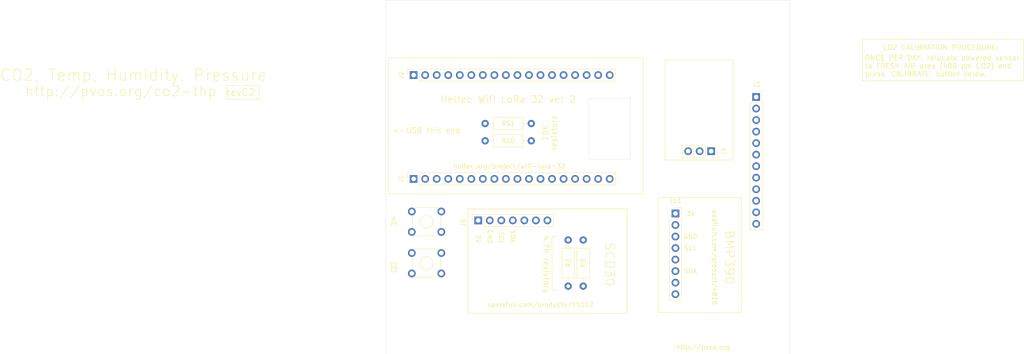
<source format=kicad_pcb>
(kicad_pcb (version 20171130) (host pcbnew 5.1.6-c6e7f7d~87~ubuntu18.04.1)

  (general
    (thickness 1.6)
    (drawings 62)
    (tracks 0)
    (zones 0)
    (modules 15)
    (nets 9)
  )

  (page A4)
  (layers
    (0 F.Cu signal)
    (31 B.Cu signal)
    (32 B.Adhes user)
    (33 F.Adhes user)
    (34 B.Paste user)
    (35 F.Paste user)
    (36 B.SilkS user)
    (37 F.SilkS user)
    (38 B.Mask user)
    (39 F.Mask user)
    (40 Dwgs.User user)
    (41 Cmts.User user)
    (42 Eco1.User user)
    (43 Eco2.User user)
    (44 Edge.Cuts user)
    (45 Margin user)
    (46 B.CrtYd user)
    (47 F.CrtYd user)
    (48 B.Fab user)
    (49 F.Fab user)
  )

  (setup
    (last_trace_width 0.25)
    (user_trace_width 0.3048)
    (user_trace_width 0.4)
    (user_trace_width 0.508)
    (user_trace_width 0.8)
    (trace_clearance 0.2)
    (zone_clearance 0.508)
    (zone_45_only no)
    (trace_min 0.2)
    (via_size 0.8)
    (via_drill 0.4)
    (via_min_size 0.4)
    (via_min_drill 0.3)
    (uvia_size 0.3)
    (uvia_drill 0.1)
    (uvias_allowed no)
    (uvia_min_size 0.2)
    (uvia_min_drill 0.1)
    (edge_width 0.05)
    (segment_width 0.2)
    (pcb_text_width 0.3)
    (pcb_text_size 1.5 1.5)
    (mod_edge_width 0.12)
    (mod_text_size 1 1)
    (mod_text_width 0.15)
    (pad_size 1.524 1.524)
    (pad_drill 0.762)
    (pad_to_mask_clearance 0.05)
    (aux_axis_origin 0 0)
    (visible_elements FFFDFFFF)
    (pcbplotparams
      (layerselection 0x010fc_ffffffff)
      (usegerberextensions false)
      (usegerberattributes true)
      (usegerberadvancedattributes true)
      (creategerberjobfile true)
      (excludeedgelayer true)
      (linewidth 0.100000)
      (plotframeref false)
      (viasonmask false)
      (mode 1)
      (useauxorigin false)
      (hpglpennumber 1)
      (hpglpenspeed 20)
      (hpglpendiameter 15.000000)
      (psnegative false)
      (psa4output false)
      (plotreference true)
      (plotvalue true)
      (plotinvisibletext false)
      (padsonsilk false)
      (subtractmaskfromsilk false)
      (outputformat 1)
      (mirror false)
      (drillshape 0)
      (scaleselection 1)
      (outputdirectory "gerber/"))
  )

  (net 0 "")
  (net 1 +3V3)
  (net 2 GND)
  (net 3 SDA)
  (net 4 SCL)
  (net 5 TX)
  (net 6 RX)
  (net 7 37_A1)
  (net 8 36_A0)

  (net_class Default "This is the default net class."
    (clearance 0.2)
    (trace_width 0.25)
    (via_dia 0.8)
    (via_drill 0.4)
    (uvia_dia 0.3)
    (uvia_drill 0.1)
    (add_net +3V3)
    (add_net 36_A0)
    (add_net 37_A1)
    (add_net 37_A2)
    (add_net 37_A3)
    (add_net 38_A2)
    (add_net 39_A3)
    (add_net GND)
    (add_net "Net-(J1-Pad10)")
    (add_net "Net-(J1-Pad11)")
    (add_net "Net-(J1-Pad12)")
    (add_net "Net-(J1-Pad13)")
    (add_net "Net-(J1-Pad14)")
    (add_net "Net-(J1-Pad15)")
    (add_net "Net-(J1-Pad16)")
    (add_net "Net-(J1-Pad17)")
    (add_net "Net-(J1-Pad18)")
    (add_net "Net-(J1-Pad2)")
    (add_net "Net-(J1-Pad3)")
    (add_net "Net-(J1-Pad4)")
    (add_net "Net-(J1-Pad8)")
    (add_net "Net-(J11-Pad2)")
    (add_net "Net-(J11-Pad5)")
    (add_net "Net-(J11-Pad7)")
    (add_net "Net-(J11-Pad8)")
    (add_net "Net-(J2-Pad10)")
    (add_net "Net-(J2-Pad11)")
    (add_net "Net-(J2-Pad12)")
    (add_net "Net-(J2-Pad13)")
    (add_net "Net-(J2-Pad14)")
    (add_net "Net-(J2-Pad15)")
    (add_net "Net-(J2-Pad16)")
    (add_net "Net-(J2-Pad17)")
    (add_net "Net-(J2-Pad3)")
    (add_net "Net-(J2-Pad8)")
    (add_net "Net-(J2-Pad9)")
    (add_net "Net-(J3-Pad3)")
    (add_net "Net-(J4-Pad1)")
    (add_net "Net-(J4-Pad3)")
    (add_net "Net-(J9-Pad5)")
    (add_net "Net-(J9-Pad6)")
    (add_net "Net-(J9-Pad7)")
    (add_net RST)
    (add_net RX)
    (add_net SCL)
    (add_net SDA)
    (add_net TX)
  )

  (module Connector_PinSocket_2.54mm:PinSocket_1x03_P2.54mm_Vertical (layer F.Cu) (tedit 5A19A429) (tstamp 5FD5A3E7)
    (at 139.954 92.456 270)
    (descr "Through hole straight socket strip, 1x03, 2.54mm pitch, single row (from Kicad 4.0.7), script generated")
    (tags "Through hole socket strip THT 1x03 2.54mm single row")
    (path /5FDA52FB)
    (fp_text reference J4 (at 0 -2.77 90) (layer F.SilkS)
      (effects (font (size 1 1) (thickness 0.15)))
    )
    (fp_text value Conn_01x03_Female (at 0 7.85 90) (layer F.Fab)
      (effects (font (size 1 1) (thickness 0.15)))
    )
    (fp_text user %R (at 0 2.54) (layer F.Fab)
      (effects (font (size 1 1) (thickness 0.15)))
    )
    (fp_line (start -1.27 -1.27) (end 0.635 -1.27) (layer F.Fab) (width 0.1))
    (fp_line (start 0.635 -1.27) (end 1.27 -0.635) (layer F.Fab) (width 0.1))
    (fp_line (start 1.27 -0.635) (end 1.27 6.35) (layer F.Fab) (width 0.1))
    (fp_line (start 1.27 6.35) (end -1.27 6.35) (layer F.Fab) (width 0.1))
    (fp_line (start -1.27 6.35) (end -1.27 -1.27) (layer F.Fab) (width 0.1))
    (fp_line (start -1.33 1.27) (end 1.33 1.27) (layer F.SilkS) (width 0.12))
    (fp_line (start -1.33 1.27) (end -1.33 6.41) (layer F.SilkS) (width 0.12))
    (fp_line (start -1.33 6.41) (end 1.33 6.41) (layer F.SilkS) (width 0.12))
    (fp_line (start 1.33 1.27) (end 1.33 6.41) (layer F.SilkS) (width 0.12))
    (fp_line (start 1.33 -1.33) (end 1.33 0) (layer F.SilkS) (width 0.12))
    (fp_line (start 0 -1.33) (end 1.33 -1.33) (layer F.SilkS) (width 0.12))
    (fp_line (start -1.8 -1.8) (end 1.75 -1.8) (layer F.CrtYd) (width 0.05))
    (fp_line (start 1.75 -1.8) (end 1.75 6.85) (layer F.CrtYd) (width 0.05))
    (fp_line (start 1.75 6.85) (end -1.8 6.85) (layer F.CrtYd) (width 0.05))
    (fp_line (start -1.8 6.85) (end -1.8 -1.8) (layer F.CrtYd) (width 0.05))
    (pad 3 thru_hole oval (at 0 5.08 270) (size 1.7 1.7) (drill 1) (layers *.Cu *.Mask))
    (pad 2 thru_hole oval (at 0 2.54 270) (size 1.7 1.7) (drill 1) (layers *.Cu *.Mask)
      (net 2 GND))
    (pad 1 thru_hole rect (at 0 0 270) (size 1.7 1.7) (drill 1) (layers *.Cu *.Mask))
    (model ${KISYS3DMOD}/Connector_PinSocket_2.54mm.3dshapes/PinSocket_1x03_P2.54mm_Vertical.wrl
      (at (xyz 0 0 0))
      (scale (xyz 1 1 1))
      (rotate (xyz 0 0 0))
    )
  )

  (module Connector_PinSocket_2.54mm:PinSocket_1x12_P2.54mm_Vertical (layer F.Cu) (tedit 5A19A41D) (tstamp 5FD5B165)
    (at 149.86 80.518)
    (descr "Through hole straight socket strip, 1x12, 2.54mm pitch, single row (from Kicad 4.0.7), script generated")
    (tags "Through hole socket strip THT 1x12 2.54mm single row")
    (path /5FD77F30)
    (fp_text reference J3 (at 0 -2.77) (layer F.SilkS)
      (effects (font (size 1 1) (thickness 0.15)))
    )
    (fp_text value Conn_01x12_Female (at 0 30.71) (layer F.Fab)
      (effects (font (size 1 1) (thickness 0.15)))
    )
    (fp_text user %R (at 0 13.97 90) (layer F.Fab)
      (effects (font (size 1 1) (thickness 0.15)))
    )
    (fp_line (start -1.27 -1.27) (end 0.635 -1.27) (layer F.Fab) (width 0.1))
    (fp_line (start 0.635 -1.27) (end 1.27 -0.635) (layer F.Fab) (width 0.1))
    (fp_line (start 1.27 -0.635) (end 1.27 29.21) (layer F.Fab) (width 0.1))
    (fp_line (start 1.27 29.21) (end -1.27 29.21) (layer F.Fab) (width 0.1))
    (fp_line (start -1.27 29.21) (end -1.27 -1.27) (layer F.Fab) (width 0.1))
    (fp_line (start -1.33 1.27) (end 1.33 1.27) (layer F.SilkS) (width 0.12))
    (fp_line (start -1.33 1.27) (end -1.33 29.27) (layer F.SilkS) (width 0.12))
    (fp_line (start -1.33 29.27) (end 1.33 29.27) (layer F.SilkS) (width 0.12))
    (fp_line (start 1.33 1.27) (end 1.33 29.27) (layer F.SilkS) (width 0.12))
    (fp_line (start 1.33 -1.33) (end 1.33 0) (layer F.SilkS) (width 0.12))
    (fp_line (start 0 -1.33) (end 1.33 -1.33) (layer F.SilkS) (width 0.12))
    (fp_line (start -1.8 -1.8) (end 1.75 -1.8) (layer F.CrtYd) (width 0.05))
    (fp_line (start 1.75 -1.8) (end 1.75 29.7) (layer F.CrtYd) (width 0.05))
    (fp_line (start 1.75 29.7) (end -1.8 29.7) (layer F.CrtYd) (width 0.05))
    (fp_line (start -1.8 29.7) (end -1.8 -1.8) (layer F.CrtYd) (width 0.05))
    (pad 12 thru_hole oval (at 0 27.94) (size 1.7 1.7) (drill 1) (layers *.Cu *.Mask))
    (pad 11 thru_hole oval (at 0 25.4) (size 1.7 1.7) (drill 1) (layers *.Cu *.Mask))
    (pad 10 thru_hole oval (at 0 22.86) (size 1.7 1.7) (drill 1) (layers *.Cu *.Mask)
      (net 7 37_A1))
    (pad 9 thru_hole oval (at 0 20.32) (size 1.7 1.7) (drill 1) (layers *.Cu *.Mask)
      (net 8 36_A0))
    (pad 8 thru_hole oval (at 0 17.78) (size 1.7 1.7) (drill 1) (layers *.Cu *.Mask)
      (net 3 SDA))
    (pad 7 thru_hole oval (at 0 15.24) (size 1.7 1.7) (drill 1) (layers *.Cu *.Mask)
      (net 4 SCL))
    (pad 6 thru_hole oval (at 0 12.7) (size 1.7 1.7) (drill 1) (layers *.Cu *.Mask)
      (net 5 TX))
    (pad 5 thru_hole oval (at 0 10.16) (size 1.7 1.7) (drill 1) (layers *.Cu *.Mask)
      (net 6 RX))
    (pad 4 thru_hole oval (at 0 7.62) (size 1.7 1.7) (drill 1) (layers *.Cu *.Mask)
      (net 2 GND))
    (pad 3 thru_hole oval (at 0 5.08) (size 1.7 1.7) (drill 1) (layers *.Cu *.Mask))
    (pad 2 thru_hole oval (at 0 2.54) (size 1.7 1.7) (drill 1) (layers *.Cu *.Mask)
      (net 1 +3V3))
    (pad 1 thru_hole rect (at 0 0) (size 1.7 1.7) (drill 1) (layers *.Cu *.Mask)
      (net 2 GND))
    (model ${KISYS3DMOD}/Connector_PinSocket_2.54mm.3dshapes/PinSocket_1x12_P2.54mm_Vertical.wrl
      (at (xyz 0 0 0))
      (scale (xyz 1 1 1))
      (rotate (xyz 0 0 0))
    )
  )

  (module Connector_PinSocket_2.54mm:PinSocket_1x18_P2.54mm_Vertical (layer F.Cu) (tedit 5A19A434) (tstamp 5FB57A8F)
    (at 74.422 75.692 90)
    (descr "Through hole straight socket strip, 1x18, 2.54mm pitch, single row (from Kicad 4.0.7), script generated")
    (tags "Through hole socket strip THT 1x18 2.54mm single row")
    (path /5FB65139)
    (fp_text reference J2 (at 0 -2.77 90) (layer F.SilkS)
      (effects (font (size 1 1) (thickness 0.15)))
    )
    (fp_text value Conn_01x18_Female (at 0 45.95 90) (layer F.Fab)
      (effects (font (size 1 1) (thickness 0.15)))
    )
    (fp_line (start -1.27 -1.27) (end 0.635 -1.27) (layer F.Fab) (width 0.1))
    (fp_line (start 0.635 -1.27) (end 1.27 -0.635) (layer F.Fab) (width 0.1))
    (fp_line (start 1.27 -0.635) (end 1.27 44.45) (layer F.Fab) (width 0.1))
    (fp_line (start 1.27 44.45) (end -1.27 44.45) (layer F.Fab) (width 0.1))
    (fp_line (start -1.27 44.45) (end -1.27 -1.27) (layer F.Fab) (width 0.1))
    (fp_line (start -1.33 1.27) (end 1.33 1.27) (layer F.SilkS) (width 0.12))
    (fp_line (start -1.33 1.27) (end -1.33 44.51) (layer F.SilkS) (width 0.12))
    (fp_line (start -1.33 44.51) (end 1.33 44.51) (layer F.SilkS) (width 0.12))
    (fp_line (start 1.33 1.27) (end 1.33 44.51) (layer F.SilkS) (width 0.12))
    (fp_line (start 1.33 -1.33) (end 1.33 0) (layer F.SilkS) (width 0.12))
    (fp_line (start 0 -1.33) (end 1.33 -1.33) (layer F.SilkS) (width 0.12))
    (fp_line (start -1.8 -1.8) (end 1.75 -1.8) (layer F.CrtYd) (width 0.05))
    (fp_line (start 1.75 -1.8) (end 1.75 44.95) (layer F.CrtYd) (width 0.05))
    (fp_line (start 1.75 44.95) (end -1.8 44.95) (layer F.CrtYd) (width 0.05))
    (fp_line (start -1.8 44.95) (end -1.8 -1.8) (layer F.CrtYd) (width 0.05))
    (fp_text user %R (at 0 21.59) (layer F.Fab)
      (effects (font (size 1 1) (thickness 0.15)))
    )
    (pad 18 thru_hole oval (at 0 43.18 90) (size 1.7 1.7) (drill 1) (layers *.Cu *.Mask)
      (net 3 SDA))
    (pad 17 thru_hole oval (at 0 40.64 90) (size 1.7 1.7) (drill 1) (layers *.Cu *.Mask))
    (pad 16 thru_hole oval (at 0 38.1 90) (size 1.7 1.7) (drill 1) (layers *.Cu *.Mask))
    (pad 15 thru_hole oval (at 0 35.56 90) (size 1.7 1.7) (drill 1) (layers *.Cu *.Mask))
    (pad 14 thru_hole oval (at 0 33.02 90) (size 1.7 1.7) (drill 1) (layers *.Cu *.Mask))
    (pad 13 thru_hole oval (at 0 30.48 90) (size 1.7 1.7) (drill 1) (layers *.Cu *.Mask))
    (pad 12 thru_hole oval (at 0 27.94 90) (size 1.7 1.7) (drill 1) (layers *.Cu *.Mask))
    (pad 11 thru_hole oval (at 0 25.4 90) (size 1.7 1.7) (drill 1) (layers *.Cu *.Mask))
    (pad 10 thru_hole oval (at 0 22.86 90) (size 1.7 1.7) (drill 1) (layers *.Cu *.Mask))
    (pad 9 thru_hole oval (at 0 20.32 90) (size 1.7 1.7) (drill 1) (layers *.Cu *.Mask))
    (pad 8 thru_hole oval (at 0 17.78 90) (size 1.7 1.7) (drill 1) (layers *.Cu *.Mask))
    (pad 7 thru_hole oval (at 0 15.24 90) (size 1.7 1.7) (drill 1) (layers *.Cu *.Mask))
    (pad 6 thru_hole oval (at 0 12.7 90) (size 1.7 1.7) (drill 1) (layers *.Cu *.Mask))
    (pad 5 thru_hole oval (at 0 10.16 90) (size 1.7 1.7) (drill 1) (layers *.Cu *.Mask)
      (net 7 37_A1))
    (pad 4 thru_hole oval (at 0 7.62 90) (size 1.7 1.7) (drill 1) (layers *.Cu *.Mask)
      (net 8 36_A0))
    (pad 3 thru_hole oval (at 0 5.08 90) (size 1.7 1.7) (drill 1) (layers *.Cu *.Mask))
    (pad 2 thru_hole oval (at 0 2.54 90) (size 1.7 1.7) (drill 1) (layers *.Cu *.Mask)
      (net 1 +3V3))
    (pad 1 thru_hole rect (at 0 0 90) (size 1.7 1.7) (drill 1) (layers *.Cu *.Mask)
      (net 2 GND))
    (model ${KISYS3DMOD}/Connector_PinSocket_2.54mm.3dshapes/PinSocket_1x18_P2.54mm_Vertical.wrl
      (at (xyz 0 0 0))
      (scale (xyz 1 1 1))
      (rotate (xyz 0 0 0))
    )
  )

  (module Connector_PinSocket_2.54mm:PinSocket_1x18_P2.54mm_Vertical (layer F.Cu) (tedit 5A19A434) (tstamp 5FB57AFE)
    (at 74.422 98.552 90)
    (descr "Through hole straight socket strip, 1x18, 2.54mm pitch, single row (from Kicad 4.0.7), script generated")
    (tags "Through hole socket strip THT 1x18 2.54mm single row")
    (path /5FB5C186)
    (fp_text reference J1 (at 0 -2.77 90) (layer F.SilkS)
      (effects (font (size 1 1) (thickness 0.15)))
    )
    (fp_text value Conn_01x18_Female (at 0 45.95 90) (layer F.Fab)
      (effects (font (size 1 1) (thickness 0.15)))
    )
    (fp_line (start -1.27 -1.27) (end 0.635 -1.27) (layer F.Fab) (width 0.1))
    (fp_line (start 0.635 -1.27) (end 1.27 -0.635) (layer F.Fab) (width 0.1))
    (fp_line (start 1.27 -0.635) (end 1.27 44.45) (layer F.Fab) (width 0.1))
    (fp_line (start 1.27 44.45) (end -1.27 44.45) (layer F.Fab) (width 0.1))
    (fp_line (start -1.27 44.45) (end -1.27 -1.27) (layer F.Fab) (width 0.1))
    (fp_line (start -1.33 1.27) (end 1.33 1.27) (layer F.SilkS) (width 0.12))
    (fp_line (start -1.33 1.27) (end -1.33 44.51) (layer F.SilkS) (width 0.12))
    (fp_line (start -1.33 44.51) (end 1.33 44.51) (layer F.SilkS) (width 0.12))
    (fp_line (start 1.33 1.27) (end 1.33 44.51) (layer F.SilkS) (width 0.12))
    (fp_line (start 1.33 -1.33) (end 1.33 0) (layer F.SilkS) (width 0.12))
    (fp_line (start 0 -1.33) (end 1.33 -1.33) (layer F.SilkS) (width 0.12))
    (fp_line (start -1.8 -1.8) (end 1.75 -1.8) (layer F.CrtYd) (width 0.05))
    (fp_line (start 1.75 -1.8) (end 1.75 44.95) (layer F.CrtYd) (width 0.05))
    (fp_line (start 1.75 44.95) (end -1.8 44.95) (layer F.CrtYd) (width 0.05))
    (fp_line (start -1.8 44.95) (end -1.8 -1.8) (layer F.CrtYd) (width 0.05))
    (fp_text user %R (at 0 21.59) (layer F.Fab)
      (effects (font (size 1 1) (thickness 0.15)))
    )
    (pad 18 thru_hole oval (at 0 43.18 90) (size 1.7 1.7) (drill 1) (layers *.Cu *.Mask))
    (pad 17 thru_hole oval (at 0 40.64 90) (size 1.7 1.7) (drill 1) (layers *.Cu *.Mask))
    (pad 16 thru_hole oval (at 0 38.1 90) (size 1.7 1.7) (drill 1) (layers *.Cu *.Mask))
    (pad 15 thru_hole oval (at 0 35.56 90) (size 1.7 1.7) (drill 1) (layers *.Cu *.Mask))
    (pad 14 thru_hole oval (at 0 33.02 90) (size 1.7 1.7) (drill 1) (layers *.Cu *.Mask))
    (pad 13 thru_hole oval (at 0 30.48 90) (size 1.7 1.7) (drill 1) (layers *.Cu *.Mask))
    (pad 12 thru_hole oval (at 0 27.94 90) (size 1.7 1.7) (drill 1) (layers *.Cu *.Mask))
    (pad 11 thru_hole oval (at 0 25.4 90) (size 1.7 1.7) (drill 1) (layers *.Cu *.Mask))
    (pad 10 thru_hole oval (at 0 22.86 90) (size 1.7 1.7) (drill 1) (layers *.Cu *.Mask))
    (pad 9 thru_hole oval (at 0 20.32 90) (size 1.7 1.7) (drill 1) (layers *.Cu *.Mask)
      (net 4 SCL))
    (pad 8 thru_hole oval (at 0 17.78 90) (size 1.7 1.7) (drill 1) (layers *.Cu *.Mask))
    (pad 7 thru_hole oval (at 0 15.24 90) (size 1.7 1.7) (drill 1) (layers *.Cu *.Mask))
    (pad 6 thru_hole oval (at 0 12.7 90) (size 1.7 1.7) (drill 1) (layers *.Cu *.Mask)
      (net 5 TX))
    (pad 5 thru_hole oval (at 0 10.16 90) (size 1.7 1.7) (drill 1) (layers *.Cu *.Mask)
      (net 6 RX))
    (pad 4 thru_hole oval (at 0 7.62 90) (size 1.7 1.7) (drill 1) (layers *.Cu *.Mask))
    (pad 3 thru_hole oval (at 0 5.08 90) (size 1.7 1.7) (drill 1) (layers *.Cu *.Mask))
    (pad 2 thru_hole oval (at 0 2.54 90) (size 1.7 1.7) (drill 1) (layers *.Cu *.Mask))
    (pad 1 thru_hole rect (at 0 0 90) (size 1.7 1.7) (drill 1) (layers *.Cu *.Mask)
      (net 2 GND))
    (model ${KISYS3DMOD}/Connector_PinSocket_2.54mm.3dshapes/PinSocket_1x18_P2.54mm_Vertical.wrl
      (at (xyz 0 0 0))
      (scale (xyz 1 1 1))
      (rotate (xyz 0 0 0))
    )
  )

  (module Resistor_THT:R_Axial_DIN0207_L6.3mm_D2.5mm_P10.16mm_Horizontal (layer F.Cu) (tedit 5AE5139B) (tstamp 5FB57B5E)
    (at 100.33 86.36 180)
    (descr "Resistor, Axial_DIN0207 series, Axial, Horizontal, pin pitch=10.16mm, 0.25W = 1/4W, length*diameter=6.3*2.5mm^2, http://cdn-reichelt.de/documents/datenblatt/B400/1_4W%23YAG.pdf")
    (tags "Resistor Axial_DIN0207 series Axial Horizontal pin pitch 10.16mm 0.25W = 1/4W length 6.3mm diameter 2.5mm")
    (path /5FBA6976)
    (fp_text reference RS1 (at 5.08 0) (layer F.SilkS)
      (effects (font (size 1 1) (thickness 0.15)))
    )
    (fp_text value 10K (at 5.08 2.37) (layer F.Fab)
      (effects (font (size 1 1) (thickness 0.15)))
    )
    (fp_line (start 1.93 -1.25) (end 1.93 1.25) (layer F.Fab) (width 0.1))
    (fp_line (start 1.93 1.25) (end 8.23 1.25) (layer F.Fab) (width 0.1))
    (fp_line (start 8.23 1.25) (end 8.23 -1.25) (layer F.Fab) (width 0.1))
    (fp_line (start 8.23 -1.25) (end 1.93 -1.25) (layer F.Fab) (width 0.1))
    (fp_line (start 0 0) (end 1.93 0) (layer F.Fab) (width 0.1))
    (fp_line (start 10.16 0) (end 8.23 0) (layer F.Fab) (width 0.1))
    (fp_line (start 1.81 -1.37) (end 1.81 1.37) (layer F.SilkS) (width 0.12))
    (fp_line (start 1.81 1.37) (end 8.35 1.37) (layer F.SilkS) (width 0.12))
    (fp_line (start 8.35 1.37) (end 8.35 -1.37) (layer F.SilkS) (width 0.12))
    (fp_line (start 8.35 -1.37) (end 1.81 -1.37) (layer F.SilkS) (width 0.12))
    (fp_line (start 1.04 0) (end 1.81 0) (layer F.SilkS) (width 0.12))
    (fp_line (start 9.12 0) (end 8.35 0) (layer F.SilkS) (width 0.12))
    (fp_line (start -1.05 -1.5) (end -1.05 1.5) (layer F.CrtYd) (width 0.05))
    (fp_line (start -1.05 1.5) (end 11.21 1.5) (layer F.CrtYd) (width 0.05))
    (fp_line (start 11.21 1.5) (end 11.21 -1.5) (layer F.CrtYd) (width 0.05))
    (fp_line (start 11.21 -1.5) (end -1.05 -1.5) (layer F.CrtYd) (width 0.05))
    (fp_text user %R (at 5.08 0) (layer F.Fab)
      (effects (font (size 1 1) (thickness 0.15)))
    )
    (pad 1 thru_hole circle (at 0 0 180) (size 1.6 1.6) (drill 0.8) (layers *.Cu *.Mask)
      (net 1 +3V3))
    (pad 2 thru_hole oval (at 10.16 0 180) (size 1.6 1.6) (drill 0.8) (layers *.Cu *.Mask)
      (net 7 37_A1))
    (model ${KISYS3DMOD}/Resistor_THT.3dshapes/R_Axial_DIN0207_L6.3mm_D2.5mm_P10.16mm_Horizontal.wrl
      (at (xyz 0 0 0))
      (scale (xyz 1 1 1))
      (rotate (xyz 0 0 0))
    )
  )

  (module Button_Switch_THT:SW_TH_Tactile_Omron_B3F-10xx (layer F.Cu) (tedit 5D84F0EF) (tstamp 5FD59DD4)
    (at 80.518 110.236 180)
    (descr SW_TH_Tactile_Omron_B3F-10xx_https://www.omron.com/ecb/products/pdf/en-b3f.pdf)
    (tags "Omron B3F-10xx")
    (path /5FBA90A9)
    (fp_text reference SW0 (at 8.382 2.286 270) (layer F.SilkS) hide
      (effects (font (size 1 1) (thickness 0.15)))
    )
    (fp_text value SW_Push_Dual (at 3.2 6.5) (layer F.Fab)
      (effects (font (size 1 1) (thickness 0.15)))
    )
    (fp_line (start 0.25 -0.75) (end 0.25 5.25) (layer F.Fab) (width 0.1))
    (fp_line (start 6.25 -0.75) (end 6.25 5.25) (layer F.Fab) (width 0.1))
    (fp_line (start 0.25 -0.75) (end 6.25 -0.75) (layer F.Fab) (width 0.1))
    (fp_line (start 7.6 5.6) (end 7.6 -1.1) (layer F.CrtYd) (width 0.05))
    (fp_line (start -1.1 5.6) (end 7.6 5.6) (layer F.CrtYd) (width 0.05))
    (fp_line (start -1.1 -1.1) (end -1.1 5.6) (layer F.CrtYd) (width 0.05))
    (fp_circle (center 3.25 2.25) (end 4.25 3.25) (layer F.SilkS) (width 0.12))
    (fp_line (start 0.28 5.37) (end 6.22 5.37) (layer F.SilkS) (width 0.12))
    (fp_line (start 0.28 -0.87) (end 6.22 -0.87) (layer F.SilkS) (width 0.12))
    (fp_line (start 0.13 3.59) (end 0.13 0.91) (layer F.SilkS) (width 0.12))
    (fp_line (start 6.37 0.91) (end 6.37 3.59) (layer F.SilkS) (width 0.12))
    (fp_line (start 0.25 5.25) (end 6.25 5.25) (layer F.Fab) (width 0.1))
    (fp_line (start -1.1 -1.1) (end 7.6 -1.1) (layer F.CrtYd) (width 0.05))
    (fp_text user %R (at 3.25 2.25) (layer F.Fab)
      (effects (font (size 1 1) (thickness 0.15)))
    )
    (pad 4 thru_hole circle (at 6.5 4.5 180) (size 1.7 1.7) (drill 1) (layers *.Cu *.Mask)
      (net 2 GND))
    (pad 3 thru_hole circle (at 0 4.5 180) (size 1.7 1.7) (drill 1) (layers *.Cu *.Mask)
      (net 2 GND))
    (pad 2 thru_hole circle (at 6.5 0 180) (size 1.7 1.7) (drill 1) (layers *.Cu *.Mask)
      (net 8 36_A0))
    (pad 1 thru_hole circle (at 0 0 180) (size 1.7 1.7) (drill 1) (layers *.Cu *.Mask)
      (net 8 36_A0))
    (model ${KISYS3DMOD}/Button_Switch_THT.3dshapes/SW_TH_Tactile_Omron_B3F-10xx.wrl
      (at (xyz 0 0 0))
      (scale (xyz 1 1 1))
      (rotate (xyz 0 0 0))
    )
  )

  (module Button_Switch_THT:SW_TH_Tactile_Omron_B3F-10xx (layer F.Cu) (tedit 5D84F0EF) (tstamp 5FD59D8F)
    (at 80.518 119.38 180)
    (descr SW_TH_Tactile_Omron_B3F-10xx_https://www.omron.com/ecb/products/pdf/en-b3f.pdf)
    (tags "Omron B3F-10xx")
    (path /5FBA6963)
    (fp_text reference SW1 (at 8.382 2.286 270) (layer F.SilkS) hide
      (effects (font (size 1 1) (thickness 0.15)))
    )
    (fp_text value SW_Push_Dual (at 3.2 6.5) (layer F.Fab)
      (effects (font (size 1 1) (thickness 0.15)))
    )
    (fp_line (start 0.25 -0.75) (end 0.25 5.25) (layer F.Fab) (width 0.1))
    (fp_line (start 6.25 -0.75) (end 6.25 5.25) (layer F.Fab) (width 0.1))
    (fp_line (start 0.25 -0.75) (end 6.25 -0.75) (layer F.Fab) (width 0.1))
    (fp_line (start 7.6 5.6) (end 7.6 -1.1) (layer F.CrtYd) (width 0.05))
    (fp_line (start -1.1 5.6) (end 7.6 5.6) (layer F.CrtYd) (width 0.05))
    (fp_line (start -1.1 -1.1) (end -1.1 5.6) (layer F.CrtYd) (width 0.05))
    (fp_circle (center 3.25 2.25) (end 4.25 3.25) (layer F.SilkS) (width 0.12))
    (fp_line (start 0.28 5.37) (end 6.22 5.37) (layer F.SilkS) (width 0.12))
    (fp_line (start 0.28 -0.87) (end 6.22 -0.87) (layer F.SilkS) (width 0.12))
    (fp_line (start 0.13 3.59) (end 0.13 0.91) (layer F.SilkS) (width 0.12))
    (fp_line (start 6.37 0.91) (end 6.37 3.59) (layer F.SilkS) (width 0.12))
    (fp_line (start 0.25 5.25) (end 6.25 5.25) (layer F.Fab) (width 0.1))
    (fp_line (start -1.1 -1.1) (end 7.6 -1.1) (layer F.CrtYd) (width 0.05))
    (fp_text user %R (at 3.25 2.25) (layer F.Fab)
      (effects (font (size 1 1) (thickness 0.15)))
    )
    (pad 4 thru_hole circle (at 6.5 4.5 180) (size 1.7 1.7) (drill 1) (layers *.Cu *.Mask)
      (net 2 GND))
    (pad 3 thru_hole circle (at 0 4.5 180) (size 1.7 1.7) (drill 1) (layers *.Cu *.Mask)
      (net 2 GND))
    (pad 2 thru_hole circle (at 6.5 0 180) (size 1.7 1.7) (drill 1) (layers *.Cu *.Mask)
      (net 7 37_A1))
    (pad 1 thru_hole circle (at 0 0 180) (size 1.7 1.7) (drill 1) (layers *.Cu *.Mask)
      (net 7 37_A1))
    (model ${KISYS3DMOD}/Button_Switch_THT.3dshapes/SW_TH_Tactile_Omron_B3F-10xx.wrl
      (at (xyz 0 0 0))
      (scale (xyz 1 1 1))
      (rotate (xyz 0 0 0))
    )
  )

  (module Resistor_THT:R_Axial_DIN0207_L6.3mm_D2.5mm_P10.16mm_Horizontal (layer F.Cu) (tedit 5AE5139B) (tstamp 5FB57BE2)
    (at 100.33 90.17 180)
    (descr "Resistor, Axial_DIN0207 series, Axial, Horizontal, pin pitch=10.16mm, 0.25W = 1/4W, length*diameter=6.3*2.5mm^2, http://cdn-reichelt.de/documents/datenblatt/B400/1_4W%23YAG.pdf")
    (tags "Resistor Axial_DIN0207 series Axial Horizontal pin pitch 10.16mm 0.25W = 1/4W length 6.3mm diameter 2.5mm")
    (path /5FBA90BC)
    (fp_text reference RS0 (at 5.08 0) (layer F.SilkS)
      (effects (font (size 1 1) (thickness 0.15)))
    )
    (fp_text value 10K (at 5.08 2.37) (layer F.Fab)
      (effects (font (size 1 1) (thickness 0.15)))
    )
    (fp_line (start 1.93 -1.25) (end 1.93 1.25) (layer F.Fab) (width 0.1))
    (fp_line (start 1.93 1.25) (end 8.23 1.25) (layer F.Fab) (width 0.1))
    (fp_line (start 8.23 1.25) (end 8.23 -1.25) (layer F.Fab) (width 0.1))
    (fp_line (start 8.23 -1.25) (end 1.93 -1.25) (layer F.Fab) (width 0.1))
    (fp_line (start 0 0) (end 1.93 0) (layer F.Fab) (width 0.1))
    (fp_line (start 10.16 0) (end 8.23 0) (layer F.Fab) (width 0.1))
    (fp_line (start 1.81 -1.37) (end 1.81 1.37) (layer F.SilkS) (width 0.12))
    (fp_line (start 1.81 1.37) (end 8.35 1.37) (layer F.SilkS) (width 0.12))
    (fp_line (start 8.35 1.37) (end 8.35 -1.37) (layer F.SilkS) (width 0.12))
    (fp_line (start 8.35 -1.37) (end 1.81 -1.37) (layer F.SilkS) (width 0.12))
    (fp_line (start 1.04 0) (end 1.81 0) (layer F.SilkS) (width 0.12))
    (fp_line (start 9.12 0) (end 8.35 0) (layer F.SilkS) (width 0.12))
    (fp_line (start -1.05 -1.5) (end -1.05 1.5) (layer F.CrtYd) (width 0.05))
    (fp_line (start -1.05 1.5) (end 11.21 1.5) (layer F.CrtYd) (width 0.05))
    (fp_line (start 11.21 1.5) (end 11.21 -1.5) (layer F.CrtYd) (width 0.05))
    (fp_line (start 11.21 -1.5) (end -1.05 -1.5) (layer F.CrtYd) (width 0.05))
    (fp_text user %R (at 5.08 0) (layer F.Fab)
      (effects (font (size 1 1) (thickness 0.15)))
    )
    (pad 1 thru_hole circle (at 0 0 180) (size 1.6 1.6) (drill 0.8) (layers *.Cu *.Mask)
      (net 1 +3V3))
    (pad 2 thru_hole oval (at 10.16 0 180) (size 1.6 1.6) (drill 0.8) (layers *.Cu *.Mask)
      (net 8 36_A0))
    (model ${KISYS3DMOD}/Resistor_THT.3dshapes/R_Axial_DIN0207_L6.3mm_D2.5mm_P10.16mm_Horizontal.wrl
      (at (xyz 0 0 0))
      (scale (xyz 1 1 1))
      (rotate (xyz 0 0 0))
    )
  )

  (module Connector_PinSocket_2.54mm:PinSocket_1x08_P2.54mm_Vertical (layer F.Cu) (tedit 5A19A420) (tstamp 5FD5B1BE)
    (at 132.08 106.172)
    (descr "Through hole straight socket strip, 1x08, 2.54mm pitch, single row (from Kicad 4.0.7), script generated")
    (tags "Through hole socket strip THT 1x08 2.54mm single row")
    (path /5FADE7E5)
    (fp_text reference J11 (at 0 -2.77) (layer F.SilkS)
      (effects (font (size 1 1) (thickness 0.15)))
    )
    (fp_text value BME390 (at 0 20.55) (layer F.Fab)
      (effects (font (size 1 1) (thickness 0.15)))
    )
    (fp_line (start -1.8 19.55) (end -1.8 -1.8) (layer F.CrtYd) (width 0.05))
    (fp_line (start 1.75 19.55) (end -1.8 19.55) (layer F.CrtYd) (width 0.05))
    (fp_line (start 1.75 -1.8) (end 1.75 19.55) (layer F.CrtYd) (width 0.05))
    (fp_line (start -1.8 -1.8) (end 1.75 -1.8) (layer F.CrtYd) (width 0.05))
    (fp_line (start 0 -1.33) (end 1.33 -1.33) (layer F.SilkS) (width 0.12))
    (fp_line (start 1.33 -1.33) (end 1.33 0) (layer F.SilkS) (width 0.12))
    (fp_line (start 1.33 1.27) (end 1.33 19.11) (layer F.SilkS) (width 0.12))
    (fp_line (start -1.33 19.11) (end 1.33 19.11) (layer F.SilkS) (width 0.12))
    (fp_line (start -1.33 1.27) (end -1.33 19.11) (layer F.SilkS) (width 0.12))
    (fp_line (start -1.33 1.27) (end 1.33 1.27) (layer F.SilkS) (width 0.12))
    (fp_line (start -1.27 19.05) (end -1.27 -1.27) (layer F.Fab) (width 0.1))
    (fp_line (start 1.27 19.05) (end -1.27 19.05) (layer F.Fab) (width 0.1))
    (fp_line (start 1.27 -0.635) (end 1.27 19.05) (layer F.Fab) (width 0.1))
    (fp_line (start 0.635 -1.27) (end 1.27 -0.635) (layer F.Fab) (width 0.1))
    (fp_line (start -1.27 -1.27) (end 0.635 -1.27) (layer F.Fab) (width 0.1))
    (fp_text user %R (at 0 8.89 90) (layer F.Fab)
      (effects (font (size 1 1) (thickness 0.15)))
    )
    (pad 1 thru_hole rect (at 0 0) (size 1.7 1.7) (drill 1) (layers *.Cu *.Mask)
      (net 1 +3V3))
    (pad 2 thru_hole oval (at 0 2.54) (size 1.7 1.7) (drill 1) (layers *.Cu *.Mask))
    (pad 3 thru_hole oval (at 0 5.08) (size 1.7 1.7) (drill 1) (layers *.Cu *.Mask)
      (net 2 GND))
    (pad 4 thru_hole oval (at 0 7.62) (size 1.7 1.7) (drill 1) (layers *.Cu *.Mask)
      (net 4 SCL))
    (pad 5 thru_hole oval (at 0 10.16) (size 1.7 1.7) (drill 1) (layers *.Cu *.Mask))
    (pad 6 thru_hole oval (at 0 12.7) (size 1.7 1.7) (drill 1) (layers *.Cu *.Mask)
      (net 3 SDA))
    (pad 7 thru_hole oval (at 0 15.24) (size 1.7 1.7) (drill 1) (layers *.Cu *.Mask))
    (pad 8 thru_hole oval (at 0 17.78) (size 1.7 1.7) (drill 1) (layers *.Cu *.Mask))
    (model ${KISYS3DMOD}/Connector_PinSocket_2.54mm.3dshapes/PinSocket_1x08_P2.54mm_Vertical.wrl
      (at (xyz 0 0 0))
      (scale (xyz 1 1 1))
      (rotate (xyz 0 0 0))
    )
  )

  (module Connector_PinSocket_2.54mm:PinSocket_1x07_P2.54mm_Vertical (layer F.Cu) (tedit 5A19A433) (tstamp 5FADB381)
    (at 88.646 107.696 90)
    (descr "Through hole straight socket strip, 1x07, 2.54mm pitch, single row (from Kicad 4.0.7), script generated")
    (tags "Through hole socket strip THT 1x07 2.54mm single row")
    (path /5FB57B67)
    (fp_text reference J9 (at -0.508 -3.302 270) (layer F.SilkS)
      (effects (font (size 1 1) (thickness 0.15)))
    )
    (fp_text value SCD30 (at 0 18.01 90) (layer F.Fab)
      (effects (font (size 1 1) (thickness 0.15)))
    )
    (fp_line (start -1.8 17) (end -1.8 -1.8) (layer F.CrtYd) (width 0.05))
    (fp_line (start 1.75 17) (end -1.8 17) (layer F.CrtYd) (width 0.05))
    (fp_line (start 1.75 -1.8) (end 1.75 17) (layer F.CrtYd) (width 0.05))
    (fp_line (start -1.8 -1.8) (end 1.75 -1.8) (layer F.CrtYd) (width 0.05))
    (fp_line (start 0 -1.33) (end 1.33 -1.33) (layer F.SilkS) (width 0.12))
    (fp_line (start 1.33 -1.33) (end 1.33 0) (layer F.SilkS) (width 0.12))
    (fp_line (start 1.33 1.27) (end 1.33 16.57) (layer F.SilkS) (width 0.12))
    (fp_line (start -1.33 16.57) (end 1.33 16.57) (layer F.SilkS) (width 0.12))
    (fp_line (start -1.33 1.27) (end -1.33 16.57) (layer F.SilkS) (width 0.12))
    (fp_line (start -1.33 1.27) (end 1.33 1.27) (layer F.SilkS) (width 0.12))
    (fp_line (start -1.27 16.51) (end -1.27 -1.27) (layer F.Fab) (width 0.1))
    (fp_line (start 1.27 16.51) (end -1.27 16.51) (layer F.Fab) (width 0.1))
    (fp_line (start 1.27 -0.635) (end 1.27 16.51) (layer F.Fab) (width 0.1))
    (fp_line (start 0.635 -1.27) (end 1.27 -0.635) (layer F.Fab) (width 0.1))
    (fp_line (start -1.27 -1.27) (end 0.635 -1.27) (layer F.Fab) (width 0.1))
    (fp_text user %R (at 0 7.62) (layer F.Fab)
      (effects (font (size 1 1) (thickness 0.15)))
    )
    (pad 1 thru_hole rect (at 0 0 90) (size 1.7 1.7) (drill 1) (layers *.Cu *.Mask)
      (net 1 +3V3))
    (pad 2 thru_hole oval (at 0 2.54 90) (size 1.7 1.7) (drill 1) (layers *.Cu *.Mask)
      (net 2 GND))
    (pad 3 thru_hole oval (at 0 5.08 90) (size 1.7 1.7) (drill 1) (layers *.Cu *.Mask)
      (net 4 SCL))
    (pad 4 thru_hole oval (at 0 7.62 90) (size 1.7 1.7) (drill 1) (layers *.Cu *.Mask)
      (net 3 SDA))
    (pad 5 thru_hole oval (at 0 10.16 90) (size 1.7 1.7) (drill 1) (layers *.Cu *.Mask))
    (pad 6 thru_hole oval (at 0 12.7 90) (size 1.7 1.7) (drill 1) (layers *.Cu *.Mask))
    (pad 7 thru_hole oval (at 0 15.24 90) (size 1.7 1.7) (drill 1) (layers *.Cu *.Mask))
    (model ${KISYS3DMOD}/Connector_PinSocket_2.54mm.3dshapes/PinSocket_1x07_P2.54mm_Vertical.wrl
      (at (xyz 0 0 0))
      (scale (xyz 1 1 1))
      (rotate (xyz 0 0 0))
    )
  )

  (module MountingHole:MountingHole_2.7mm_M2.5 (layer F.Cu) (tedit 56D1B4CB) (tstamp 5FB4881C)
    (at 148.59 125.222 90)
    (descr "Mounting Hole 2.7mm, no annular, M2.5")
    (tags "mounting hole 2.7mm no annular m2.5")
    (path /5F9D006D)
    (attr virtual)
    (fp_text reference H4 (at 0 -3.7 90) (layer F.SilkS) hide
      (effects (font (size 1 1) (thickness 0.15)))
    )
    (fp_text value MountingHole (at 0 3.7 90) (layer F.Fab)
      (effects (font (size 1 1) (thickness 0.15)))
    )
    (fp_circle (center 0 0) (end 2.95 0) (layer F.CrtYd) (width 0.05))
    (fp_circle (center 0 0) (end 2.7 0) (layer Cmts.User) (width 0.15))
    (fp_text user %R (at 0.3 0 90) (layer F.Fab)
      (effects (font (size 1 1) (thickness 0.15)))
    )
    (pad 1 np_thru_hole circle (at 0 0 90) (size 2.7 2.7) (drill 2.7) (layers *.Cu *.Mask))
  )

  (module MountingHole:MountingHole_2.7mm_M2.5 (layer F.Cu) (tedit 56D1B4CB) (tstamp 5FD5AFA9)
    (at 77.47 125.476)
    (descr "Mounting Hole 2.7mm, no annular, M2.5")
    (tags "mounting hole 2.7mm no annular m2.5")
    (path /5F9CFBAC)
    (attr virtual)
    (fp_text reference H3 (at 0 -3.7) (layer F.SilkS) hide
      (effects (font (size 1 1) (thickness 0.15)))
    )
    (fp_text value MountingHole (at 0 3.7) (layer F.Fab)
      (effects (font (size 1 1) (thickness 0.15)))
    )
    (fp_circle (center 0 0) (end 2.7 0) (layer Cmts.User) (width 0.15))
    (fp_circle (center 0 0) (end 2.95 0) (layer F.CrtYd) (width 0.05))
    (fp_text user %R (at 0.3 0) (layer F.Fab)
      (effects (font (size 1 1) (thickness 0.15)))
    )
    (pad 1 np_thru_hole circle (at 0 0) (size 2.7 2.7) (drill 2.7) (layers *.Cu *.Mask))
  )

  (module MountingHole:MountingHole_2.7mm_M2.5 (layer F.Cu) (tedit 56D1B4CB) (tstamp 5F90E08D)
    (at 148.844 70.104)
    (descr "Mounting Hole 2.7mm, no annular, M2.5")
    (tags "mounting hole 2.7mm no annular m2.5")
    (path /5F9CF5FF)
    (attr virtual)
    (fp_text reference H2 (at 0 -3.7) (layer F.SilkS) hide
      (effects (font (size 1 1) (thickness 0.15)))
    )
    (fp_text value MountingHole (at 0 3.7) (layer F.Fab)
      (effects (font (size 1 1) (thickness 0.15)))
    )
    (fp_circle (center 0 0) (end 2.95 0) (layer F.CrtYd) (width 0.05))
    (fp_circle (center 0 0) (end 2.7 0) (layer Cmts.User) (width 0.15))
    (fp_text user %R (at 0.3 0) (layer F.Fab)
      (effects (font (size 1 1) (thickness 0.15)))
    )
    (pad 1 np_thru_hole circle (at 0 0) (size 2.7 2.7) (drill 2.7) (layers *.Cu *.Mask))
  )

  (module Resistor_THT:R_Axial_DIN0207_L6.3mm_D2.5mm_P10.16mm_Horizontal (layer F.Cu) (tedit 5AE5139B) (tstamp 5FB5424D)
    (at 111.76 112.014 270)
    (descr "Resistor, Axial_DIN0207 series, Axial, Horizontal, pin pitch=10.16mm, 0.25W = 1/4W, length*diameter=6.3*2.5mm^2, http://cdn-reichelt.de/documents/datenblatt/B400/1_4W%23YAG.pdf")
    (tags "Resistor Axial_DIN0207 series Axial Horizontal pin pitch 10.16mm 0.25W = 1/4W length 6.3mm diameter 2.5mm")
    (path /5F98BC9A)
    (fp_text reference R3 (at 5.08 0 270) (layer F.SilkS)
      (effects (font (size 1 1) (thickness 0.15)))
    )
    (fp_text value R (at 5.08 2.37 90) (layer F.Fab)
      (effects (font (size 1 1) (thickness 0.15)))
    )
    (fp_line (start 11.21 -1.5) (end -1.05 -1.5) (layer F.CrtYd) (width 0.05))
    (fp_line (start 11.21 1.5) (end 11.21 -1.5) (layer F.CrtYd) (width 0.05))
    (fp_line (start -1.05 1.5) (end 11.21 1.5) (layer F.CrtYd) (width 0.05))
    (fp_line (start -1.05 -1.5) (end -1.05 1.5) (layer F.CrtYd) (width 0.05))
    (fp_line (start 9.12 0) (end 8.35 0) (layer F.SilkS) (width 0.12))
    (fp_line (start 1.04 0) (end 1.81 0) (layer F.SilkS) (width 0.12))
    (fp_line (start 8.35 -1.37) (end 1.81 -1.37) (layer F.SilkS) (width 0.12))
    (fp_line (start 8.35 1.37) (end 8.35 -1.37) (layer F.SilkS) (width 0.12))
    (fp_line (start 1.81 1.37) (end 8.35 1.37) (layer F.SilkS) (width 0.12))
    (fp_line (start 1.81 -1.37) (end 1.81 1.37) (layer F.SilkS) (width 0.12))
    (fp_line (start 10.16 0) (end 8.23 0) (layer F.Fab) (width 0.1))
    (fp_line (start 0 0) (end 1.93 0) (layer F.Fab) (width 0.1))
    (fp_line (start 8.23 -1.25) (end 1.93 -1.25) (layer F.Fab) (width 0.1))
    (fp_line (start 8.23 1.25) (end 8.23 -1.25) (layer F.Fab) (width 0.1))
    (fp_line (start 1.93 1.25) (end 8.23 1.25) (layer F.Fab) (width 0.1))
    (fp_line (start 1.93 -1.25) (end 1.93 1.25) (layer F.Fab) (width 0.1))
    (fp_text user %R (at 5.08 0 90) (layer F.Fab)
      (effects (font (size 1 1) (thickness 0.15)))
    )
    (pad 2 thru_hole oval (at 10.16 0 270) (size 1.6 1.6) (drill 0.8) (layers *.Cu *.Mask)
      (net 3 SDA))
    (pad 1 thru_hole circle (at 0 0 270) (size 1.6 1.6) (drill 0.8) (layers *.Cu *.Mask)
      (net 1 +3V3))
    (model ${KISYS3DMOD}/Resistor_THT.3dshapes/R_Axial_DIN0207_L6.3mm_D2.5mm_P10.16mm_Horizontal.wrl
      (at (xyz 0 0 0))
      (scale (xyz 1 1 1))
      (rotate (xyz 0 0 0))
    )
  )

  (module Resistor_THT:R_Axial_DIN0207_L6.3mm_D2.5mm_P10.16mm_Horizontal (layer F.Cu) (tedit 5AE5139B) (tstamp 5FB542F2)
    (at 108.458 112.014 270)
    (descr "Resistor, Axial_DIN0207 series, Axial, Horizontal, pin pitch=10.16mm, 0.25W = 1/4W, length*diameter=6.3*2.5mm^2, http://cdn-reichelt.de/documents/datenblatt/B400/1_4W%23YAG.pdf")
    (tags "Resistor Axial_DIN0207 series Axial Horizontal pin pitch 10.16mm 0.25W = 1/4W length 6.3mm diameter 2.5mm")
    (path /5F989DB1)
    (fp_text reference R2 (at 5.08 -0.064 270) (layer F.SilkS)
      (effects (font (size 1 1) (thickness 0.15)))
    )
    (fp_text value R (at 5.08 2.37 90) (layer F.Fab)
      (effects (font (size 1 1) (thickness 0.15)))
    )
    (fp_line (start 11.21 -1.5) (end -1.05 -1.5) (layer F.CrtYd) (width 0.05))
    (fp_line (start 11.21 1.5) (end 11.21 -1.5) (layer F.CrtYd) (width 0.05))
    (fp_line (start -1.05 1.5) (end 11.21 1.5) (layer F.CrtYd) (width 0.05))
    (fp_line (start -1.05 -1.5) (end -1.05 1.5) (layer F.CrtYd) (width 0.05))
    (fp_line (start 9.12 0) (end 8.35 0) (layer F.SilkS) (width 0.12))
    (fp_line (start 1.04 0) (end 1.81 0) (layer F.SilkS) (width 0.12))
    (fp_line (start 8.35 -1.37) (end 1.81 -1.37) (layer F.SilkS) (width 0.12))
    (fp_line (start 8.35 1.37) (end 8.35 -1.37) (layer F.SilkS) (width 0.12))
    (fp_line (start 1.81 1.37) (end 8.35 1.37) (layer F.SilkS) (width 0.12))
    (fp_line (start 1.81 -1.37) (end 1.81 1.37) (layer F.SilkS) (width 0.12))
    (fp_line (start 10.16 0) (end 8.23 0) (layer F.Fab) (width 0.1))
    (fp_line (start 0 0) (end 1.93 0) (layer F.Fab) (width 0.1))
    (fp_line (start 8.23 -1.25) (end 1.93 -1.25) (layer F.Fab) (width 0.1))
    (fp_line (start 8.23 1.25) (end 8.23 -1.25) (layer F.Fab) (width 0.1))
    (fp_line (start 1.93 1.25) (end 8.23 1.25) (layer F.Fab) (width 0.1))
    (fp_line (start 1.93 -1.25) (end 1.93 1.25) (layer F.Fab) (width 0.1))
    (fp_text user %R (at 5.08 0 90) (layer F.Fab)
      (effects (font (size 1 1) (thickness 0.15)))
    )
    (pad 2 thru_hole oval (at 10.16 0 270) (size 1.6 1.6) (drill 0.8) (layers *.Cu *.Mask)
      (net 4 SCL))
    (pad 1 thru_hole circle (at 0 0 270) (size 1.6 1.6) (drill 0.8) (layers *.Cu *.Mask)
      (net 1 +3V3))
    (model ${KISYS3DMOD}/Resistor_THT.3dshapes/R_Axial_DIN0207_L6.3mm_D2.5mm_P10.16mm_Horizontal.wrl
      (at (xyz 0 0 0))
      (scale (xyz 1 1 1))
      (rotate (xyz 0 0 0))
    )
  )

  (gr_line (start 68.326 59.182) (end 157.226 59.182) (layer Edge.Cuts) (width 0.05) (tstamp 5FD5AE2D))
  (gr_line (start 113.03 94.234) (end 113.03 80.772) (layer Edge.Cuts) (width 0.05))
  (gr_line (start 122.174 94.234) (end 113.03 94.234) (layer Edge.Cuts) (width 0.05))
  (gr_line (start 122.174 80.772) (end 122.174 94.234) (layer Edge.Cuts) (width 0.05))
  (gr_line (start 113.03 80.772) (end 122.174 80.772) (layer Edge.Cuts) (width 0.05))
  (gr_line (start 144.794 72.39) (end 144.794 94.39) (layer F.SilkS) (width 0.12) (tstamp 5FD51683))
  (gr_line (start 129.794 94.39) (end 144.794 94.39) (layer F.SilkS) (width 0.12) (tstamp 5FD5166D))
  (gr_line (start 129.794 72.39) (end 144.794 72.39) (layer F.SilkS) (width 0.12) (tstamp 5FD5165C))
  (gr_line (start 129.794 72.39) (end 129.794 94.39) (layer F.SilkS) (width 0.12) (tstamp 5FD51648))
  (gr_line (start 33.274 77.978) (end 33.782 77.978) (layer F.SilkS) (width 0.12) (tstamp 5FB5D1B5))
  (gr_line (start 33.274 81.026) (end 33.274 77.978) (layer F.SilkS) (width 0.12))
  (gr_line (start 40.386 81.026) (end 33.274 81.026) (layer F.SilkS) (width 0.12))
  (gr_line (start 40.386 77.978) (end 40.386 81.026) (layer F.SilkS) (width 0.12))
  (gr_line (start 33.782 77.978) (end 40.386 77.978) (layer F.SilkS) (width 0.12))
  (gr_line (start 104.902 123.19) (end 106.172 123.19) (layer F.SilkS) (width 0.12))
  (gr_line (start 104.902 111.252) (end 104.902 123.19) (layer F.SilkS) (width 0.12))
  (gr_line (start 105.918 111.252) (end 104.902 111.252) (layer F.SilkS) (width 0.12))
  (gr_text "4.7K resistors" (at 103.632 117.348 270) (layer F.SilkS) (tstamp 5FB5BF63)
    (effects (font (size 1.2 1.2) (thickness 0.15)))
  )
  (gr_text "10K\nresistors" (at 104.394 88.392 90) (layer F.SilkS) (tstamp 5FB5BF4F)
    (effects (font (size 1.2 1.2) (thickness 0.15)))
  )
  (gr_line (start 173.228 67.818) (end 173.736 67.818) (layer F.SilkS) (width 0.12) (tstamp 5FB59F69))
  (gr_line (start 173.228 76.962) (end 173.228 67.818) (layer F.SilkS) (width 0.12))
  (gr_line (start 208.788 76.962) (end 173.228 76.962) (layer F.SilkS) (width 0.12))
  (gr_line (start 208.788 67.818) (end 208.788 76.962) (layer F.SilkS) (width 0.12) (tstamp 5FB5A22A))
  (gr_line (start 173.736 67.818) (end 208.788 67.818) (layer F.SilkS) (width 0.12))
  (gr_text "ONCE PER DAY, relocate powered sensor\nto FRESH AIR area (400 pm CO2) and\npress 'CALIBRATE' button below." (at 173.736 73.66) (layer F.SilkS) (tstamp 5FB5A22D)
    (effects (font (size 1.1 1.1) (thickness 0.15)) (justify left))
  )
  (gr_text "CO2 CALIBRATION PROCEDURE:" (at 177.546 69.596) (layer F.SilkS)
    (effects (font (size 1.1 1.1) (thickness 0.15)) (justify left))
  )
  (gr_text heltec.org/project/wifi-lora-32 (at 95.504 95.758) (layer F.SilkS) (tstamp 5FB57A65)
    (effects (font (size 1 1) (thickness 0.15)))
  )
  (gr_text "Heltec Wifi LoRa 32 ver 2" (at 95.25 81.026) (layer F.SilkS) (tstamp 5FD59F9A)
    (effects (font (size 1.5 1.5) (thickness 0.15)))
  )
  (gr_line (start 124.968 101.854) (end 124.968 71.882) (layer F.SilkS) (width 0.12) (tstamp 5FB57A5F))
  (gr_line (start 68.834 101.854) (end 124.968 101.854) (layer F.SilkS) (width 0.12) (tstamp 5FB57A5C))
  (gr_line (start 68.834 71.882) (end 68.834 101.854) (layer F.SilkS) (width 0.12) (tstamp 5FB57C54))
  (gr_line (start 124.968 71.882) (end 68.834 71.882) (layer F.SilkS) (width 0.12) (tstamp 5FB57A62))
  (gr_text "<-USB this end" (at 77.216 87.884) (layer F.SilkS) (tstamp 5FB57C0F)
    (effects (font (size 1.2 1.2) (thickness 0.15)))
  )
  (gr_text sparkfun.com/products/15112 (at 102.362 126.238) (layer F.SilkS)
    (effects (font (size 1 1) (thickness 0.15)))
  )
  (gr_text adafruit.com/product/4816 (at 140.716 115.824 270) (layer F.SilkS) (tstamp 5FD5B210)
    (effects (font (size 1 1) (thickness 0.15)))
  )
  (gr_text SDA (at 96.266 111.252 270) (layer F.SilkS) (tstamp 5FB54082)
    (effects (font (size 1 1) (thickness 0.15)))
  )
  (gr_text 3V (at 88.646 111.76 270) (layer F.SilkS) (tstamp 5FB5407C)
    (effects (font (size 1 1) (thickness 0.15)))
  )
  (gr_text B (at 70.104 118.11) (layer F.SilkS) (tstamp 5FD59DBA)
    (effects (font (size 2 2) (thickness 0.15)))
  )
  (gr_text A (at 70.104 107.95) (layer F.SilkS) (tstamp 5FD59DBD)
    (effects (font (size 2 2) (thickness 0.15)))
  )
  (gr_text http://pvos.org (at 138.176 135.636) (layer F.SilkS) (tstamp 5FB58C13)
    (effects (font (size 1 1) (thickness 0.15)))
  )
  (gr_text revC2 (at 36.322 79.502) (layer F.SilkS) (tstamp 5FB58F09)
    (effects (font (size 1.5 1.5) (thickness 0.15)))
  )
  (gr_text GND (at 91.186 111.252 270) (layer F.SilkS) (tstamp 5FB5407F)
    (effects (font (size 1 1) (thickness 0.15)))
  )
  (gr_text SCL (at 93.726 111.506 270) (layer F.SilkS) (tstamp 5FAEB745)
    (effects (font (size 1 1) (thickness 0.15)))
  )
  (gr_text SDA (at 135.382 118.872) (layer F.SilkS) (tstamp 5FD5B1F5)
    (effects (font (size 1 1) (thickness 0.15)))
  )
  (gr_text 3V (at 135.382 106.172) (layer F.SilkS) (tstamp 5FD5B20A)
    (effects (font (size 1 1) (thickness 0.15)))
  )
  (gr_text GND (at 135.382 111.252) (layer F.SilkS) (tstamp 5FD5B207)
    (effects (font (size 1 1) (thickness 0.15)))
  )
  (gr_text SCL (at 135.382 113.792) (layer F.SilkS) (tstamp 5FD5B204)
    (effects (font (size 1 1) (thickness 0.15)))
  )
  (gr_text "CO2, Temp, Humidity, Pressure" (at 12.7 75.692) (layer F.SilkS) (tstamp 5FB58F03)
    (effects (font (size 2.5 2.5) (thickness 0.15)))
  )
  (gr_line (start 157.226 137.16) (end 157.226 59.182) (layer Edge.Cuts) (width 0.05) (tstamp 5FB5422C))
  (gr_line (start 68.326 59.182) (end 68.326 137.16) (layer Edge.Cuts) (width 0.05) (tstamp 5FD59DFF))
  (gr_text BMP390 (at 144.018 115.824 270) (layer F.SilkS) (tstamp 5FD5B20D)
    (effects (font (size 2 2) (thickness 0.15)))
  )
  (gr_line (start 128.27 102.616) (end 146.558 102.616) (layer F.SilkS) (width 0.12) (tstamp 5FD5B1FB))
  (gr_line (start 146.558 128.016) (end 146.558 102.616) (layer F.SilkS) (width 0.12) (tstamp 5FD5B1F8))
  (gr_line (start 128.27 128.016) (end 128.27 102.616) (layer F.SilkS) (width 0.12) (tstamp 5FD5B201))
  (gr_line (start 128.27 128.016) (end 146.558 128.016) (layer F.SilkS) (width 0.12) (tstamp 5FD5B1FE))
  (gr_line (start 121.412 128.156) (end 86.418 128.156) (layer F.SilkS) (width 0.12))
  (gr_line (start 86.412 105.156) (end 86.412 128.15) (layer F.SilkS) (width 0.12))
  (gr_text SCD30 (at 117.602 117.348 270) (layer F.SilkS) (tstamp 5FADB5D4)
    (effects (font (size 2 2) (thickness 0.15)))
  )
  (gr_line (start 68.326 137.16) (end 157.226 137.16) (layer Edge.Cuts) (width 0.05) (tstamp 5FD5AFA0))
  (gr_line (start 121.412 105.156) (end 121.412 128.156) (layer F.SilkS) (width 0.15) (tstamp 5FADB3B6))
  (gr_line (start 121.412 105.156) (end 86.412 105.156) (layer F.SilkS) (width 0.15) (tstamp 5FADB3B9))
  (gr_text http://pvos.org/co2-thp (at 9.906 79.248) (layer F.SilkS) (tstamp 5FB58D98)
    (effects (font (size 2.2 2.2) (thickness 0.15)))
  )

)

</source>
